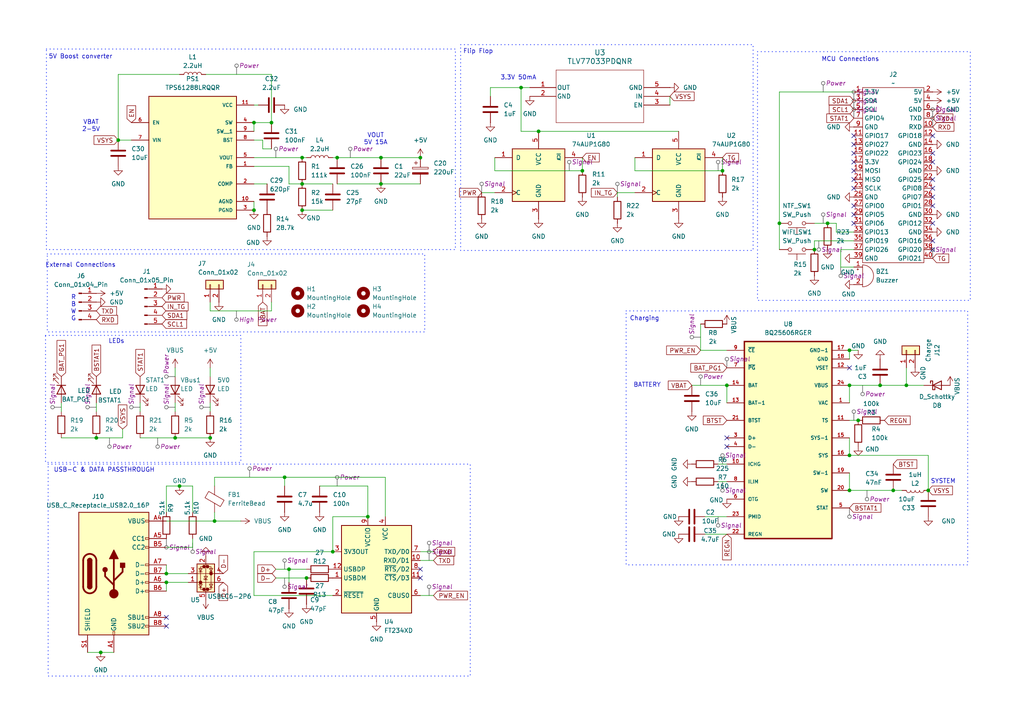
<source format=kicad_sch>
(kicad_sch (version 20250114) (generator "eeschema") (generator_version "9.0")
  (paper "A4")
  (rectangle (start 219.71 14.986) (end 281.432 87.122) (stroke (width 0.254) (type dot) (color 23 47 255 1)))
  (rectangle (start 13.716 73.66) (end 123.19 96.266) (stroke (width 0.254) (type dot) (color 23 47 255 1)))
  (rectangle (start 13.462 14.224) (end 132.08 72.39) (stroke (width 0.254) (type dot) (color 23 47 255 1)))
  (rectangle (start 13.97 134.62) (end 136.398 196.088) (stroke (width 0.254) (type dot) (color 23 47 255 1)))
  (rectangle (start 133.604 12.954) (end 218.44 72.644) (stroke (width 0.254) (type dot) (color 23 47 255 1)))
  (rectangle (start 181.61 90.17) (end 280.67 163.83) (stroke (width 0.254) (type dot) (color 23 47 255 1)))
  (rectangle (start 13.208 97.282) (end 69.85 134.112) (stroke (width 0.254) (type dot) (color 23 47 255 1)))
  (text "USB-C & DATA PASSTHROUGH" (at 30.226 136.398 0) (effects (font (size 1.27 1.27))))
  (text "R\nB\nW\nG" (at 21.336 89.408 0) (effects (font (size 1.27 1.27))))
  (text "External Connections" (at 23.368 76.962 0) (effects (font (size 1.27 1.27))))
  (text "BATTERY" (at 187.706 111.76 0) (effects (font (size 1.27 1.27))))
  (text "MCU Connections" (at 246.634 17.272 0) (effects (font (size 1.27 1.27))))
  (text "Charging" (at 186.944 92.456 0) (effects (font (size 1.27 1.27))))
  (text "3.3V 50mA" (at 150.368 22.606 0) (effects (font (size 1.27 1.27))))
  (text "5V Boost converter" (at 23.368 16.51 0) (effects (font (size 1.27 1.27))))
  (text "SYSTEM" (at 273.558 139.7 0) (effects (font (size 1.27 1.27))))
  (text "Flip Flop" (at 138.684 14.986 0) (effects (font (size 1.27 1.27))))
  (text "VOUT\n5V 15A" (at 108.966 40.386 0) (effects (font (size 1.27 1.27))))
  (text "VBAT\n2-5V" (at 26.416 36.576 0) (effects (font (size 1.27 1.27))))
  (text "LEDs" (at 33.782 99.06 0) (effects (font (size 1.27 1.27))))
  (junction (at 87.63 45.72))
  (junction (at 248.92 121.92))
  (junction (at 82.55 138.43))
  (junction (at 50.8 127))
  (junction (at 48.26 168.91))
  (junction (at 60.96 127))
  (junction (at 87.63 60.96))
  (junction (at 83.82 165.1))
  (junction (at 269.24 142.24))
  (junction (at 255.27 111.76))
  (junction (at 210.82 111.76))
  (junction (at 110.49 45.72))
  (junction (at 246.38 132.08))
  (junction (at 52.07 140.97))
  (junction (at 73.66 60.96))
  (junction (at 262.89 111.76))
  (junction (at 259.08 142.24))
  (junction (at 78.74 35.56))
  (junction (at 110.49 53.34))
  (junction (at 87.63 53.34))
  (junction (at 151.13 25.4))
  (junction (at 48.26 166.37))
  (junction (at 88.9 167.64))
  (junction (at 106.68 149.86))
  (junction (at 246.38 111.76))
  (junction (at 27.94 127))
  (junction (at 29.21 189.23))
  (junction (at 156.21 38.1))
  (junction (at 73.66 35.56))
  (junction (at 34.29 40.64))
  (junction (at 168.91 49.53))
  (junction (at 240.03 64.77))
  (junction (at 209.55 49.53))
  (junction (at 62.23 151.13))
  (junction (at 121.92 45.72))
  (junction (at 246.38 142.24))
  (junction (at 246.38 101.6))
  (junction (at 96.52 160.02))
  (junction (at 226.06 64.77))
  (junction (at 97.79 45.72))
  (junction (at 236.22 72.39))
  (no_connect (at 270.51 59.69))
  (no_connect (at 247.65 44.45))
  (no_connect (at 270.51 57.15))
  (no_connect (at 247.65 46.99))
  (no_connect (at 210.82 129.54))
  (no_connect (at 247.65 62.23))
  (no_connect (at 270.51 72.39))
  (no_connect (at 247.65 39.37))
  (no_connect (at 121.92 167.64))
  (no_connect (at 247.65 52.07))
  (no_connect (at 247.65 54.61))
  (no_connect (at 246.38 106.68))
  (no_connect (at 48.26 179.07))
  (no_connect (at 121.92 165.1))
  (no_connect (at 270.51 69.85))
  (no_connect (at 247.65 41.91))
  (no_connect (at 247.65 64.77))
  (no_connect (at 270.51 52.07))
  (no_connect (at 270.51 64.77))
  (no_connect (at 48.26 181.61))
  (no_connect (at 270.51 39.37))
  (no_connect (at 210.82 127))
  (no_connect (at 247.65 49.53))
  (no_connect (at 270.51 54.61))
  (no_connect (at 270.51 46.99))
  (no_connect (at 247.65 59.69))
  (no_connect (at 270.51 44.45))
  (wire (pts (xy 139.7 55.88) (xy 143.51 55.88)))
  (wire (pts (xy 73.66 58.42) (xy 73.66 60.96)))
  (wire (pts (xy 97.79 45.72) (xy 110.49 45.72)))
  (wire (pts (xy 210.82 101.6) (xy 203.2 101.6)))
  (wire (pts (xy 248.92 101.6) (xy 246.38 101.6)))
  (wire (pts (xy 153.67 25.4) (xy 151.13 25.4)))
  (wire (pts (xy 246.38 137.16) (xy 246.38 142.24)))
  (wire (pts (xy 50.8 106.68) (xy 50.8 109.22)))
  (wire (pts (xy 83.82 165.1) (xy 83.82 168.91)))
  (wire (pts (xy 82.55 138.43) (xy 111.76 138.43)))
  (wire (pts (xy 82.55 138.43) (xy 82.55 140.97)))
  (wire (pts (xy 184.15 49.53) (xy 209.55 49.53)))
  (wire (pts (xy 142.24 25.4) (xy 151.13 25.4)))
  (wire (pts (xy 110.49 45.72) (xy 121.92 45.72)))
  (wire (pts (xy 208.28 139.7) (xy 210.82 139.7)))
  (wire (pts (xy 60.96 87.63) (xy 60.96 90.17)))
  (wire (pts (xy 52.07 140.97) (xy 55.88 140.97)))
  (wire (pts (xy 96.52 149.86) (xy 106.68 149.86)))
  (wire (pts (xy 255.27 111.76) (xy 262.89 111.76)))
  (wire (pts (xy 60.96 106.68) (xy 60.96 109.22)))
  (wire (pts (xy 204.47 149.86) (xy 210.82 149.86)))
  (wire (pts (xy 247.65 69.85) (xy 236.22 69.85)))
  (wire (pts (xy 156.21 38.1) (xy 196.85 38.1)))
  (wire (pts (xy 246.38 116.84) (xy 246.38 111.76)))
  (wire (pts (xy 96.52 45.72) (xy 97.79 45.72)))
  (wire (pts (xy 247.65 72.39) (xy 243.84 72.39)))
  (wire (pts (xy 78.74 90.17) (xy 78.74 87.63)))
  (wire (pts (xy 50.8 127) (xy 60.96 127)))
  (wire (pts (xy 210.82 116.84) (xy 210.82 111.76)))
  (wire (pts (xy 110.49 53.34) (xy 121.92 53.34)))
  (wire (pts (xy 73.66 30.48) (xy 74.93 30.48)))
  (wire (pts (xy 242.57 64.77) (xy 240.03 64.77)))
  (wire (pts (xy 78.74 21.59) (xy 78.74 35.56)))
  (wire (pts (xy 184.15 45.72) (xy 184.15 49.53)))
  (wire (pts (xy 55.88 158.75) (xy 55.88 156.21)))
  (wire (pts (xy 246.38 132.08) (xy 246.38 127)))
  (wire (pts (xy 236.22 69.85) (xy 236.22 72.39)))
  (wire (pts (xy 262.89 111.76) (xy 267.97 111.76)))
  (wire (pts (xy 73.66 172.72) (xy 73.66 160.02)))
  (wire (pts (xy 76.2 40.64) (xy 76.2 43.18)))
  (wire (pts (xy 62.23 151.13) (xy 69.85 151.13)))
  (wire (pts (xy 142.24 27.94) (xy 142.24 25.4)))
  (wire (pts (xy 50.8 116.84) (xy 50.8 119.38)))
  (wire (pts (xy 203.2 101.6) (xy 203.2 93.98)))
  (wire (pts (xy 96.52 160.02) (xy 96.52 149.86)))
  (wire (pts (xy 73.66 35.56) (xy 73.66 38.1)))
  (wire (pts (xy 243.84 77.47) (xy 247.65 77.47)))
  (wire (pts (xy 96.52 172.72) (xy 73.66 172.72)))
  (wire (pts (xy 121.92 160.02) (xy 125.73 160.02)))
  (wire (pts (xy 247.65 26.67) (xy 226.06 26.67)))
  (wire (pts (xy 25.4 189.23) (xy 29.21 189.23)))
  (wire (pts (xy 259.08 142.24) (xy 261.62 142.24)))
  (wire (pts (xy 62.23 140.97) (xy 62.23 138.43)))
  (wire (pts (xy 40.64 127) (xy 50.8 127)))
  (wire (pts (xy 48.26 166.37) (xy 54.61 166.37)))
  (wire (pts (xy 34.29 40.64) (xy 38.1 40.64)))
  (wire (pts (xy 151.13 25.4) (xy 151.13 38.1)))
  (wire (pts (xy 48.26 148.59) (xy 48.26 140.97)))
  (wire (pts (xy 48.26 163.83) (xy 48.26 166.37)))
  (wire (pts (xy 226.06 26.67) (xy 226.06 64.77)))
  (wire (pts (xy 59.69 21.59) (xy 78.74 21.59)))
  (wire (pts (xy 97.79 53.34) (xy 110.49 53.34)))
  (wire (pts (xy 52.07 21.59) (xy 34.29 21.59)))
  (wire (pts (xy 168.91 49.53) (xy 168.91 45.72)))
  (wire (pts (xy 76.2 43.18) (xy 78.74 43.18)))
  (wire (pts (xy 17.78 127) (xy 27.94 127)))
  (wire (pts (xy 83.82 53.34) (xy 83.82 48.26)))
  (wire (pts (xy 87.63 53.34) (xy 96.52 53.34)))
  (wire (pts (xy 143.51 49.53) (xy 168.91 49.53)))
  (wire (pts (xy 246.38 101.6) (xy 246.38 104.14)))
  (wire (pts (xy 83.82 165.1) (xy 88.9 165.1)))
  (wire (pts (xy 226.06 64.77) (xy 226.06 72.39)))
  (wire (pts (xy 55.88 140.97) (xy 55.88 148.59)))
  (wire (pts (xy 106.68 140.97) (xy 106.68 149.86)))
  (wire (pts (xy 111.76 138.43) (xy 111.76 149.86)))
  (wire (pts (xy 60.96 116.84) (xy 60.96 119.38)))
  (wire (pts (xy 236.22 64.77) (xy 240.03 64.77)))
  (wire (pts (xy 179.07 55.88) (xy 184.15 55.88)))
  (wire (pts (xy 27.94 127) (xy 35.56 127)))
  (wire (pts (xy 60.96 90.17) (xy 78.74 90.17)))
  (wire (pts (xy 194.31 27.94) (xy 194.31 30.48)))
  (wire (pts (xy 248.92 121.92) (xy 246.38 121.92)))
  (wire (pts (xy 87.63 53.34) (xy 83.82 53.34)))
  (wire (pts (xy 40.64 116.84) (xy 40.64 119.38)))
  (wire (pts (xy 29.21 189.23) (xy 33.02 189.23)))
  (wire (pts (xy 204.47 154.94) (xy 210.82 154.94)))
  (wire (pts (xy 62.23 138.43) (xy 82.55 138.43)))
  (wire (pts (xy 73.66 45.72) (xy 87.63 45.72)))
  (wire (pts (xy 151.13 38.1) (xy 156.21 38.1)))
  (wire (pts (xy 73.66 53.34) (xy 77.47 53.34)))
  (wire (pts (xy 27.94 116.84) (xy 27.94 119.38)))
  (wire (pts (xy 143.51 45.72) (xy 143.51 49.53)))
  (wire (pts (xy 73.66 35.56) (xy 78.74 35.56)))
  (wire (pts (xy 243.84 72.39) (xy 243.84 77.47)))
  (wire (pts (xy 92.71 140.97) (xy 106.68 140.97)))
  (wire (pts (xy 246.38 111.76) (xy 255.27 111.76)))
  (wire (pts (xy 35.56 124.46) (xy 35.56 127)))
  (wire (pts (xy 48.26 140.97) (xy 52.07 140.97)))
  (wire (pts (xy 269.24 132.08) (xy 269.24 142.24)))
  (wire (pts (xy 48.26 151.13) (xy 62.23 151.13)))
  (wire (pts (xy 73.66 40.64) (xy 76.2 40.64)))
  (wire (pts (xy 48.26 168.91) (xy 54.61 168.91)))
  (wire (pts (xy 269.24 132.08) (xy 246.38 132.08)))
  (wire (pts (xy 209.55 49.53) (xy 209.55 45.72)))
  (wire (pts (xy 48.26 158.75) (xy 55.88 158.75)))
  (wire (pts (xy 80.01 165.1) (xy 83.82 165.1)))
  (wire (pts (xy 246.38 142.24) (xy 259.08 142.24)))
  (wire (pts (xy 34.29 21.59) (xy 34.29 40.64)))
  (wire (pts (xy 179.07 57.15) (xy 179.07 55.88)))
  (wire (pts (xy 87.63 45.72) (xy 88.9 45.72)))
  (wire (pts (xy 121.92 162.56) (xy 125.73 162.56)))
  (wire (pts (xy 242.57 64.77) (xy 242.57 67.31)))
  (wire (pts (xy 262.89 106.68) (xy 262.89 111.76)))
  (wire (pts (xy 242.57 67.31) (xy 247.65 67.31)))
  (wire (pts (xy 48.26 168.91) (xy 48.26 171.45)))
  (wire (pts (xy 17.78 116.84) (xy 17.78 119.38)))
  (wire (pts (xy 80.01 167.64) (xy 88.9 167.64)))
  (wire (pts (xy 62.23 151.13) (xy 62.23 148.59)))
  (wire (pts (xy 200.66 111.76) (xy 210.82 111.76)))
  (wire (pts (xy 121.92 172.72) (xy 125.73 172.72)))
  (wire (pts (xy 87.63 60.96) (xy 96.52 60.96)))
  (wire (pts (xy 83.82 48.26) (xy 73.66 48.26)))
  (wire (pts (xy 208.28 134.62) (xy 210.82 134.62)))
  (wire (pts (xy 73.66 160.02) (xy 96.52 160.02)))
  (global_label "REGN" (shape input) (at 210.82 154.94 270) (property "Intersheetrefs" "${INTERSHEET_REFS}" (effects (hide yes))))
  (global_label "VBAT" (shape input) (at 76.2 87.63 270) (property "Intersheetrefs" "${INTERSHEET_REFS}" (effects (hide yes))))
  (global_label "TG" (shape input) (at 270.51 74.93 0) (property "Intersheetrefs" "${INTERSHEET_REFS}" (effects (hide yes))))
  (global_label "IN_TG" (shape input) (at 46.99 88.9 0) (property "Intersheetrefs" "${INTERSHEET_REFS}" (effects (hide yes))))
  (global_label "IN_TG" (shape input) (at 179.07 55.88 180) (property "Intersheetrefs" "${INTERSHEET_REFS}" (effects (hide yes))))
  (global_label "TXD" (shape input) (at 125.73 162.56 0) (property "Intersheetrefs" "${INTERSHEET_REFS}" (effects (hide yes))))
  (global_label "D-" (shape input) (at 64.77 166.37 90) (property "Intersheetrefs" "${INTERSHEET_REFS}" (effects (hide yes))))
  (global_label "TXD" (shape input) (at 270.51 34.29 0) (property "Intersheetrefs" "${INTERSHEET_REFS}" (effects (hide yes))))
  (global_label "RXD" (shape input) (at 27.94 92.71 0) (property "Intersheetrefs" "${INTERSHEET_REFS}" (effects (hide yes))))
  (global_label "PWR_EN" (shape input) (at 203.2 101.6 180) (property "Intersheetrefs" "${INTERSHEET_REFS}" (effects (hide yes))))
  (global_label "VBAT" (shape input) (at 200.66 111.76 180) (property "Intersheetrefs" "${INTERSHEET_REFS}" (effects (hide yes))))
  (global_label "EN" (shape input) (at 38.1 35.56 90) (property "Intersheetrefs" "${INTERSHEET_REFS}" (effects (hide yes))))
  (global_label "SDA1" (shape input) (at 247.65 29.21 180) (property "Intersheetrefs" "${INTERSHEET_REFS}" (effects (hide yes))))
  (global_label "BTST" (shape input) (at 210.82 121.92 180) (property "Intersheetrefs" "${INTERSHEET_REFS}" (effects (hide yes))))
  (global_label "STAT1" (shape input) (at 40.64 109.22 90) (property "Intersheetrefs" "${INTERSHEET_REFS}" (effects (hide yes))))
  (global_label "BSTAT1" (shape input) (at 27.94 109.22 90) (property "Intersheetrefs" "${INTERSHEET_REFS}" (effects (hide yes))))
  (global_label "SCL1" (shape input) (at 247.65 31.75 180) (property "Intersheetrefs" "${INTERSHEET_REFS}" (effects (hide yes))))
  (global_label "RXD" (shape input) (at 125.73 160.02 0) (property "Intersheetrefs" "${INTERSHEET_REFS}" (effects (hide yes))))
  (global_label "EN" (shape input) (at 168.91 45.72 0) (property "Intersheetrefs" "${INTERSHEET_REFS}" (effects (hide yes))))
  (global_label "BSTAT1" (shape input) (at 246.38 147.32 0) (property "Intersheetrefs" "${INTERSHEET_REFS}" (effects (hide yes))))
  (global_label "SCL1" (shape input) (at 46.99 93.98 0) (property "Intersheetrefs" "${INTERSHEET_REFS}" (effects (hide yes))))
  (global_label "VSYS" (shape input) (at 269.24 142.24 0) (property "Intersheetrefs" "${INTERSHEET_REFS}" (effects (hide yes))))
  (global_label "SDA1" (shape input) (at 46.99 91.44 0) (property "Intersheetrefs" "${INTERSHEET_REFS}" (effects (hide yes))))
  (global_label "D-" (shape input) (at 80.01 167.64 180) (property "Intersheetrefs" "${INTERSHEET_REFS}" (effects (hide yes))))
  (global_label "RXD" (shape input) (at 270.51 36.83 0) (property "Intersheetrefs" "${INTERSHEET_REFS}" (effects (hide yes))))
  (global_label "TXD" (shape input) (at 27.94 90.17 0) (property "Intersheetrefs" "${INTERSHEET_REFS}" (effects (hide yes))))
  (global_label "VSYS" (shape input) (at 35.56 124.46 90) (property "Intersheetrefs" "${INTERSHEET_REFS}" (effects (hide yes))))
  (global_label "D+" (shape input) (at 80.01 165.1 180) (property "Intersheetrefs" "${INTERSHEET_REFS}" (effects (hide yes))))
  (global_label "VSYS" (shape input) (at 34.29 40.64 180) (property "Intersheetrefs" "${INTERSHEET_REFS}" (effects (hide yes))))
  (global_label "D+" (shape input) (at 64.77 168.91 270) (property "Intersheetrefs" "${INTERSHEET_REFS}" (effects (hide yes))))
  (global_label "PWR" (shape input) (at 139.7 55.88 180) (property "Intersheetrefs" "${INTERSHEET_REFS}" (effects (hide yes))))
  (global_label "BAT_PG1" (shape input) (at 17.78 109.22 90) (property "Intersheetrefs" "${INTERSHEET_REFS}" (effects (hide yes))))
  (global_label "TG" (shape input) (at 209.55 45.72 0) (property "Intersheetrefs" "${INTERSHEET_REFS}" (effects (hide yes))))
  (global_label "PWR_EN" (shape input) (at 125.73 172.72 0) (property "Intersheetrefs" "${INTERSHEET_REFS}" (effects (hide yes))))
  (global_label "BTST" (shape input) (at 259.08 134.62 0) (property "Intersheetrefs" "${INTERSHEET_REFS}" (effects (hide yes))))
  (global_label "BAT_PG1" (shape input) (at 210.82 106.68 180) (property "Intersheetrefs" "${INTERSHEET_REFS}" (effects (hide yes))))
  (global_label "VSYS" (shape input) (at 194.31 27.94 0) (property "Intersheetrefs" "${INTERSHEET_REFS}" (effects (hide yes))))
  (global_label "STAT1" (shape input) (at 247.65 34.29 180) (property "Intersheetrefs" "${INTERSHEET_REFS}" (effects (hide yes))))
  (global_label "PWR" (shape input) (at 46.99 86.36 0) (property "Intersheetrefs" "${INTERSHEET_REFS}" (effects (hide yes))))
  (global_label "REGN" (shape input) (at 256.54 121.92 0) (property "Intersheetrefs" "${INTERSHEET_REFS}" (effects (hide yes))))
  (netclass_flag "" (length 2.54) (shape round) (at 210.82 106.68 0) (property "Netclass" "Signal" (at 211.5185 104.14 0) (effects (font (italic yes)) (justify left))))
  (netclass_flag "" (length 2.54) (shape round) (at 31.75 127 180) (property "Netclass" "Power" (at 32.4485 129.54 0) (effects (font (italic yes)) (justify left))))
  (netclass_flag "" (length 2.54) (shape round) (at 60.96 118.11 90) (property "Netclass" "Signal" (at 58.42 117.4115 90) (effects (font (italic yes)) (justify left))))
  (netclass_flag "" (length 2.54) (shape round) (at 270.51 34.29 0) (property "Netclass" "Signal" (at 271.2085 31.75 0) (effects (font (italic yes)) (justify left))))
  (netclass_flag "" (length 2.54) (shape round) (at 270.51 74.93 0) (property "Netclass" "Signal" (at 271.2085 72.39 0) (effects (font (italic yes)) (justify left))))
  (netclass_flag "" (length 2.54) (shape round) (at 203.2 111.76 0) (property "Netclass" "Power" (at 203.8985 109.22 0) (effects (font (italic yes)) (justify left))))
  (netclass_flag "" (length 2.54) (shape round) (at 124.46 160.02 0) (property "Netclass" "Signal" (at 125.1585 157.48 0) (effects (font (italic yes)) (justify left))))
  (netclass_flag "" (length 2.54) (shape round) (at 45.72 127 180) (property "Netclass" "Power" (at 46.4185 129.54 0) (effects (font (italic yes)) (justify left))))
  (netclass_flag "" (length 2.54) (shape round) (at 250.19 111.76 180) (property "Netclass" "Power" (at 250.8885 114.3 0) (effects (font (italic yes)) (justify left))))
  (netclass_flag "" (length 2.54) (shape round) (at 55.88 157.48 180) (property "Netclass" "Signal" (at 56.5785 160.02 0) (effects (font (italic yes)) (justify left))))
  (netclass_flag "" (length 2.54) (shape round) (at 82.5354 167.64 180) (property "Netclass" "Signal" (at 83.2339 170.18 0) (effects (font (italic yes)) (justify left))))
  (netclass_flag "" (length 2.54) (shape round) (at 208.28 149.86 180) (property "Netclass" "Signal" (at 208.9785 152.4 0) (effects (font (italic yes)) (justify left))))
  (netclass_flag "" (length 2.54) (shape round) (at 68.6165 21.59 0) (property "Netclass" "Power" (at 69.315 19.05 0) (effects (font (italic yes)) (justify left))))
  (netclass_flag "" (length 2.54) (shape round) (at 72.39 138.43 0) (property "Netclass" "Power" (at 73.0885 135.89 0) (effects (font (italic yes)) (justify left))))
  (netclass_flag "" (length 2.54) (shape round) (at 203.2 97.79 90) (property "Netclass" "Signal" (at 200.66 97.0915 90) (effects (font (italic yes)) (justify left))))
  (netclass_flag "" (length 2.54) (shape round) (at 238.76 64.77 0) (property "Netclass" "Signal" (at 239.4585 62.23 0) (effects (font (italic yes)) (justify left))))
  (netclass_flag "" (length 2.54) (shape round) (at 17.78 118.11 90) (property "Netclass" "Signal" (at 15.24 117.4115 90) (effects (font (italic yes)) (justify left))))
  (netclass_flag "" (length 2.54) (shape round) (at 238.76 26.67 0) (property "Netclass" "Power" (at 239.4585 24.13 0) (effects (font (italic yes)) (justify left))))
  (netclass_flag "" (length 2.54) (shape round) (at 124.46 172.72 0) (property "Netclass" "Signal" (at 125.1585 170.18 0) (effects (font (italic yes)) (justify left))))
  (netclass_flag "" (length 2.54) (shape round) (at 27.94 118.11 90) (property "Netclass" "Signal" (at 25.4 117.4115 90) (effects (font (italic yes)) (justify left))))
  (netclass_flag "" (length 2.54) (shape round) (at 247.65 29.21 0) (property "Netclass" "Signal" (at 248.3485 26.67 0) (effects (font (italic yes)) (justify left))))
  (netclass_flag "" (length 2.54) (shape round) (at 40.64 118.11 90) (property "Netclass" "Signal" (at 38.1 117.4115 90) (effects (font (italic yes)) (justify left))))
  (netclass_flag "" (length 2.54) (shape round) (at 237.49 69.85 180) (property "Netclass" "Signal" (at 238.1885 72.39 0) (effects (font (italic yes)) (justify left))))
  (netclass_flag "" (length 2.54) (shape round) (at 243.84 77.47 180) (property "Netclass" "Signal" (at 244.5385 80.01 0) (effects (font (italic yes)) (justify left))))
  (netclass_flag "" (length 2.54) (shape round) (at 209.55 139.7 180) (property "Netclass" "Signal" (at 210.2485 142.24 0) (effects (font (italic yes)) (justify left))))
  (netclass_flag "" (length 2.54) (shape round) (at 80.01 45.72 0) (property "Netclass" "Power" (at 80.7085 43.18 0) (effects (font (italic yes)) (justify left))))
  (netclass_flag "" (length 2.54) (shape round) (at 50.8 109.22 90) (property "Netclass" "Power" (at 48.26 108.5215 90) (effects (font (italic yes)) (justify left))))
  (netclass_flag "" (length 2.54) (shape round) (at 82.55 165.1 0) (property "Netclass" "Signal" (at 83.2485 162.56 0) (effects (font (italic yes)) (justify left))))
  (netclass_flag "" (length 2.54) (shape round) (at 251.46 142.24 180) (property "Netclass" "Power" (at 252.1585 144.78 0) (effects (font (italic yes)) (justify left))))
  (netclass_flag "" (length 2.54) (shape round) (at 246.38 147.32 180) (property "Netclass" "Signal" (at 247.0785 149.86 0) (effects (font (italic yes)) (justify left))))
  (netclass_flag "" (length 2.54) (shape round) (at 165.1 49.53 0) (property "Netclass" "Signal" (at 165.7985 46.99 0) (effects (font (italic yes)) (justify left))))
  (netclass_flag "" (length 2.54) (shape round) (at 48.26 156.21 180) (property "Netclass" "Signal" (at 48.9585 158.75 0) (effects (font (italic yes)) (justify left))))
  (netclass_flag "" (length 2.54) (shape round) (at 209.55 134.62 0) (property "Netclass" "Signal" (at 210.2485 132.08 0) (effects (font (italic yes)) (justify left))))
  (netclass_flag "" (length 2.54) (shape round) (at 101.6 45.72 0) (property "Netclass" "Power" (at 102.2985 43.18 0) (effects (font (italic yes)) (justify left))))
  (netclass_flag "" (length 2.54) (shape round) (at 139.7 55.88 0) (property "Netclass" "Signal" (at 140.3985 53.34 0) (effects (font (italic yes)) (justify left))))
  (netclass_flag "" (length 2.54) (shape round) (at 50.8 118.11 90) (property "Netclass" "Signal" (at 48.26 117.4115 90) (effects (font (italic yes)) (justify left))))
  (netclass_flag "" (length 2.54) (shape round) (at 247.65 121.92 0) (property "Netclass" "Signal" (at 248.3485 119.38 0) (effects (font (italic yes)) (justify left))))
  (netclass_flag "" (length 2.54) (shape round) (at 270.51 36.83 0) (property "Netclass" "Signal" (at 271.2085 34.29 0) (effects (font (italic yes)) (justify left))))
  (netclass_flag "" (length 2.54) (shape round) (at 247.65 34.29 0) (property "Netclass" "Signal" (at 248.3485 31.75 0) (effects (font (italic yes)) (justify left))))
  (netclass_flag "" (length 2.54) (shape round) (at 124.46 162.56 0) (property "Netclass" "Signal" (at 125.1585 160.02 0) (effects (font (italic yes)) (justify left))))
  (netclass_flag "" (length 2.54) (shape round) (at 208.28 49.53 0) (property "Netclass" "Signal" (at 208.9785 46.99 0) (effects (font (italic yes)) (justify left))))
  (netclass_flag "" (length 2.54) (shape round) (at 247.65 31.75 0) (property "Netclass" "Signal" (at 248.3485 29.21 0) (effects (font (italic yes)) (justify left))))
  (netclass_flag "" (length 2.54) (shape round) (at 97.79 140.97 0) (property "Netclass" "Power" (at 98.4885 138.43 0) (effects (font (italic yes)) (justify left))))
  (netclass_flag "" (length 2.54) (shape round) (at 68.58 90.17 180) (property "Netclass" "High Power" (at 69.2785 92.71 0) (effects (font (italic yes)) (justify left))))
  (netclass_flag "" (length 2.54) (shape round) (at 179.07 55.88 0) (property "Netclass" "Signal" (at 179.7685 53.34 0) (effects (font (italic yes)) (justify left))))
  (symbol (lib_id "power:VBUS") (at 69.85 151.13 270) (unit 1)
    (property "Reference" "#PWR037" (effects (hide yes)))
    (property "Value" "VBUS" (at 73.66 151.1299 90) (effects (justify left)))
    (property "Description" "Power symbol creates a global label with name \"VBUS\"" (effects (hide yes)))
  )
  (symbol (lib_id "power:GND") (at 83.82 176.53 0) (unit 1)
    (property "Reference" "#PWR039" (effects (hide yes)))
    (property "Value" "GND" (at 83.82 181.61 0))
    (property "Description" "Power symbol creates a global label with name \"GND\" , ground" (effects (hide yes)))
  )
  (symbol (lib_id "Device:R") (at 240.03 68.58 0) (unit 1)
    (property "Reference" "R23" (at 242.57 67.3099 0) (effects (justify left)))
    (property "Value" "2k" (at 242.57 69.8499 0) (effects (justify left)))
    (property "Footprint" "Resistor_SMD:R_0603_1608Metric" (effects (hide yes)))
    (property "Description" "Resistor" (effects (hide yes)))
  )
  (symbol (lib_id "power:GND") (at 247.65 82.55 270) (unit 1)
    (property "Reference" "#PWR041" (effects (hide yes)))
    (property "Value" "GND" (at 248.158 85.344 90) (effects (justify right)))
    (property "Description" "Power symbol creates a global label with name \"GND\" , ground" (effects (hide yes)))
  )
  (symbol (lib_id "power:GND") (at 200.66 139.7 270) (unit 1)
    (property "Reference" "#PWR065" (effects (hide yes)))
    (property "Value" "GND" (at 195.58 139.7 0))
    (property "Description" "Power symbol creates a global label with name \"GND\" , ground" (effects (hide yes)))
  )
  (symbol (lib_id "Device:D_Schottky") (at 271.78 111.76 0) (unit 1)
    (property "Reference" "D8" (at 271.78 117.602 0))
    (property "Value" "D_Schottky" (at 271.78 115.062 0))
    (property "Footprint" "Avionics:Schottky_3A_DO-214AC_SMA" (effects (hide yes)))
    (property "Description" "Schottky diode" (effects (hide yes)))
  )
  (symbol (lib_id "power:GND") (at 179.07 64.77 0) (unit 1)
    (property "Reference" "#PWR034" (effects (hide yes)))
    (property "Value" "GND" (at 179.07 69.85 0))
    (property "Description" "Power symbol creates a global label with name \"GND\" , ground" (effects (hide yes)))
  )
  (symbol (lib_id "power:GND") (at 196.85 154.94 0) (unit 1)
    (property "Reference" "#PWR090" (effects (hide yes)))
    (property "Value" "GND" (at 194.056 154.94 0))
    (property "Description" "Power symbol creates a global label with name \"GND\" , ground" (effects (hide yes)))
  )
  (symbol (lib_id "Device:R") (at 77.47 64.77 0) (unit 1)
    (property "Reference" "R14" (at 80.01 63.4999 0) (effects (justify left)))
    (property "Value" "28.7k" (at 80.01 66.0399 0) (effects (justify left)))
    (property "Footprint" "Resistor_SMD:R_0603_1608Metric" (effects (hide yes)))
    (property "Description" "Resistor" (effects (hide yes)))
  )
  (symbol (lib_id "Device:L") (at 92.71 45.72 90) (unit 1)
    (property "Reference" "L4" (at 92.71 40.64 90))
    (property "Value" "2.2uH" (at 92.71 43.18 90))
    (property "Footprint" "Avionics:IND_AMRM00101040_PUL" (effects (hide yes)))
    (property "Description" "Inductor" (effects (hide yes)))
  )
  (symbol (lib_id "Device:C") (at 78.74 30.48 90) (unit 1)
    (property "Reference" "C32" (at 78.74 22.86 90))
    (property "Value" "2.2uF" (at 78.74 25.4 90))
    (property "Footprint" "Capacitor_SMD:C_0805_2012Metric" (effects (hide yes)))
    (property "Description" "Unpolarized capacitor" (effects (hide yes)))
  )
  (symbol (lib_id "power:GND") (at 270.51 41.91 90) (unit 1)
    (property "Reference" "#PWR016" (effects (hide yes)))
    (property "Value" "GND" (at 274.32 41.9099 90) (effects (justify right)))
    (property "Description" "Power symbol creates a global label with name \"GND\" , ground" (effects (hide yes)))
  )
  (symbol (lib_id "power:GND") (at 210.82 144.78 0) (unit 1)
    (property "Reference" "#PWR066" (effects (hide yes)))
    (property "Value" "GND" (at 205.74 145.034 0) (effects (justify left)))
    (property "Description" "Power symbol creates a global label with name \"GND\" , ground" (effects (hide yes)))
  )
  (symbol (lib_id "Device:R") (at 50.8 123.19 0) (unit 1)
    (property "Reference" "R5" (at 53.34 121.9199 0) (effects (justify left)))
    (property "Value" "2k" (at 53.34 124.4599 0) (effects (justify left)))
    (property "Footprint" "Resistor_SMD:R_0603_1608Metric" (effects (hide yes)))
    (property "Description" "Resistor" (effects (hide yes)))
  )
  (symbol (lib_id "Connector:Conn_01x05_Pin") (at 41.91 88.9 0) (unit 1)
    (property "Reference" "J1" (at 42.545 78.74 0))
    (property "Value" "Conn_01x05_Pin" (at 42.545 81.28 0))
    (property "Footprint" "Connector_JST:JST_XH_S5B-XH-A_1x05_P2.50mm_Horizontal" (effects (hide yes)))
    (property "Description" "Generic connector, single row, 01x05, script generated" (effects (hide yes)))
  )
  (symbol (lib_id "power:+5V") (at 270.51 26.67 270) (unit 1)
    (property "Reference" "#PWR013" (effects (hide yes)))
    (property "Value" "+5V" (at 274.32 26.6699 90) (effects (justify left)))
    (property "Description" "Power symbol creates a global label with name \"+5V\"" (effects (hide yes)))
  )
  (symbol (lib_id "power:+5V") (at 270.51 29.21 270) (unit 1)
    (property "Reference" "#PWR014" (effects (hide yes)))
    (property "Value" "+5V" (at 274.32 29.2099 90) (effects (justify left)))
    (property "Description" "Power symbol creates a global label with name \"+5V\"" (effects (hide yes)))
  )
  (symbol (lib_id "Interface_USB:FT234XD") (at 109.22 165.1 0) (unit 1)
    (property "Reference" "U4" (at 111.4141 180.34 0) (effects (justify left)))
    (property "Value" "FT234XD" (at 111.4141 182.88 0) (effects (justify left)))
    (property "Footprint" "Avionics:FT234XD" (effects (hide yes)))
    (property "Datasheet" "https://ftdichip.com/wp-content/uploads/2024/05/DS_FT234XD.pdf" (effects (hide yes)))
    (property "Description" "Full Speed USB to Basic UART, WDFN-12" (effects (hide yes)))
  )
  (symbol (lib_id "power:GND") (at 73.66 60.96 0) (unit 1)
    (property "Reference" "#PWR059" (effects (hide yes)))
    (property "Value" "GND" (at 73.66 66.04 0))
    (property "Description" "Power symbol creates a global label with name \"GND\" , ground" (effects (hide yes)))
  )
  (symbol (lib_id "Device:C_Polarized") (at 121.92 49.53 0) (unit 1)
    (property "Reference" "C20" (at 125.73 47.3709 0) (effects (justify left)))
    (property "Value" "220uF" (at 125.73 49.9109 0) (effects (justify left)))
    (property "Footprint" "Capacitor_THT:CP_Radial_D5.0mm_P2.00mm" (effects (hide yes)))
    (property "Description" "Polarized capacitor" (effects (hide yes)))
  )
  (symbol (lib_id "power:GND") (at 270.51 31.75 90) (unit 1)
    (property "Reference" "#PWR06" (effects (hide yes)))
    (property "Value" "GND" (at 274.32 31.7499 90) (effects (justify right)))
    (property "Description" "Power symbol creates a global label with name \"GND\" , ground" (effects (hide yes)))
  )
  (symbol (lib_id "Device:R") (at 207.01 93.98 270) (unit 1)
    (property "Reference" "R8" (at 206.756 96.52 90))
    (property "Value" "2k" (at 206.756 99.06 90))
    (property "Footprint" "Resistor_SMD:R_0603_1608Metric" (effects (hide yes)))
    (property "Description" "Resistor" (effects (hide yes)))
  )
  (symbol (lib_id "power:GND") (at 139.7 63.5 0) (unit 1)
    (property "Reference" "#PWR032" (effects (hide yes)))
    (property "Value" "GND" (at 139.7 68.58 0))
    (property "Description" "Power symbol creates a global label with name \"GND\" , ground" (effects (hide yes)))
  )
  (symbol (lib_id "74xGxx:74AUP1G80") (at 196.85 50.8 0) (unit 1)
    (property "Reference" "U2" (at 212.09 39.2998 0))
    (property "Value" "74AUP1G80" (at 212.09 41.8398 0))
    (property "Footprint" "Avionics:SN74AUP1G80DRYR" (effects (hide yes)))
    (property "Datasheet" "http://www.ti.com/lit/sg/scyt129e/scyt129e.pdf" (effects (hide yes)))
    (property "Description" "Single D Flip-Flop, Inverted Output, Low-Voltage CMOS" (effects (hide yes)))
  )
  (symbol (lib_id "74xGxx:74AUP1G80") (at 156.21 50.8 0) (unit 1)
    (property "Reference" "U1" (at 171.45 39.2998 0))
    (property "Value" "74AUP1G80" (at 171.45 41.8398 0))
    (property "Footprint" "Avionics:SN74AUP1G80DRYR" (effects (hide yes)))
    (property "Datasheet" "http://www.ti.com/lit/sg/scyt129e/scyt129e.pdf" (effects (hide yes)))
    (property "Description" "Single D Flip-Flop, Inverted Output, Low-Voltage CMOS" (effects (hide yes)))
  )
  (symbol (lib_id "Device:R") (at 87.63 57.15 0) (unit 1)
    (property "Reference" "R2" (at 90.17 55.8799 0) (effects (justify left)))
    (property "Value" "15k" (at 90.17 58.4199 0) (effects (justify left)))
    (property "Footprint" "Resistor_SMD:R_0603_1608Metric" (effects (hide yes)))
    (property "Description" "Resistor" (effects (hide yes)))
  )
  (symbol (lib_id "SRAD-Avionics:BQ25606RGER") (at 228.6 154.94 0) (unit 1)
    (property "Reference" "U8" (at 228.6 93.98 0))
    (property "Value" "BQ25606RGER" (at 228.6 96.52 0))
    (property "Footprint" "Avionics:BQ25606RGER" (effects (hide yes)))
  )
  (symbol (lib_id "power:GND") (at 156.21 63.5 0) (unit 1)
    (property "Reference" "#PWR023" (effects (hide yes)))
    (property "Value" "GND" (at 156.21 68.58 0))
    (property "Description" "Power symbol creates a global label with name \"GND\" , ground" (effects (hide yes)))
  )
  (symbol (lib_id "Mechanical:MountingHole") (at 105.41 90.17 0) (unit 1) (exclude_from_sim yes) (in_bom no)
    (property "Reference" "H4" (at 107.95 88.8999 0) (effects (justify left)))
    (property "Value" "MountingHole" (at 107.95 91.4399 0) (effects (justify left)))
    (property "Footprint" "MountingHole:MountingHole_3.2mm_M3" (effects (hide yes)))
    (property "Description" "Mounting Hole without connection" (effects (hide yes)))
  )
  (symbol (lib_id "Device:R") (at 204.47 139.7 90) (unit 1)
    (property "Reference" "R7" (at 209.55 138.43 90))
    (property "Value" "160" (at 209.55 140.97 90))
    (property "Footprint" "Resistor_SMD:R_0603_1608Metric" (effects (hide yes)))
    (property "Description" "Resistor" (effects (hide yes)))
  )
  (symbol (lib_id "power:GND") (at 248.92 129.54 0) (unit 1)
    (property "Reference" "#PWR0102" (effects (hide yes)))
    (property "Value" "GND" (at 250.952 130.302 0) (effects (justify left)))
    (property "Description" "Power symbol creates a global label with name \"GND\" , ground" (effects (hide yes)))
  )
  (symbol (lib_id "Avionics:TLV77033PDQNR") (at 153.67 25.4 0) (unit 1)
    (property "Reference" "U3" (at 173.99 15.24 0) (effects (font (size 1.524 1.524))))
    (property "Value" "TLV77033PDQNR" (at 173.99 17.78 0) (effects (font (size 1.524 1.524))))
    (property "Footprint" "Avionics:TLV77033PDQNR" (effects (hide yes)))
    (property "Datasheet" "https://www.ti.com/lit/gpn/tlv770" (effects (hide yes)))
  )
  (symbol (lib_id "power:GND") (at 200.66 134.62 270) (unit 1)
    (property "Reference" "#PWR015" (effects (hide yes)))
    (property "Value" "GND" (at 195.58 134.62 0))
    (property "Description" "Power symbol creates a global label with name \"GND\" , ground" (effects (hide yes)))
  )
  (symbol (lib_id "Device:R") (at 248.92 125.73 0) (unit 1)
    (property "Reference" "R4" (at 252.73 124.4599 0) (effects (justify left)))
    (property "Value" "100k" (at 252.73 126.9999 0) (effects (justify left)))
    (property "Footprint" "Resistor_SMD:R_0603_1608Metric" (effects (hide yes)))
    (property "Description" "Resistor" (effects (hide yes)))
  )
  (symbol (lib_id "Device:LED") (at 27.94 113.03 270) (unit 1)
    (property "Reference" "BSTAT1" (at 35.306 116.078 90) (effects (justify right)))
    (property "Value" "LED" (at 35.306 113.538 90) (effects (justify right)))
    (property "Footprint" "LED_SMD:LED_0805_2012Metric_Pad1.15x1.40mm_HandSolder" (effects (hide yes)))
    (property "Description" "Light emitting diode" (effects (hide yes)))
  )
  (symbol (lib_id "power:GND") (at 255.27 104.14 180) (unit 1)
    (property "Reference" "#PWR071" (effects (hide yes)))
    (property "Value" "GND" (at 255.27 99.06 0))
    (property "Description" "Power symbol creates a global label with name \"GND\" , ground" (effects (hide yes)))
  )
  (symbol (lib_id "Avionics:Pi4B_Expansion_Header") (at 259.08 52.07 0) (unit 1)
    (property "Reference" "J2" (at 259.08 21.59 0))
    (property "Value" "~" (at 259.08 24.13 0))
    (property "Footprint" "Connector_PinSocket_2.54mm:PinSocket_2x20_P2.54mm_Vertical" (effects (hide yes)))
  )
  (symbol (lib_id "power:GND") (at 240.03 72.39 0) (unit 1)
    (property "Reference" "#PWR045" (effects (hide yes)))
    (property "Value" "GND" (at 240.03 77.47 0))
    (property "Description" "Power symbol creates a global label with name \"GND\" , ground" (effects (hide yes)))
  )
  (symbol (lib_id "Device:C") (at 92.71 144.78 180) (unit 1)
    (property "Reference" "C10" (at 96.52 143.5099 0) (effects (justify right)))
    (property "Value" "100n" (at 96.52 146.0499 0) (effects (justify right)))
    (property "Footprint" "Capacitor_SMD:C_0805_2012Metric" (effects (hide yes)))
    (property "Description" "Unpolarized capacitor" (effects (hide yes)))
  )
  (symbol (lib_id "power:GND") (at 270.51 49.53 90) (unit 1)
    (property "Reference" "#PWR017" (effects (hide yes)))
    (property "Value" "GND" (at 274.32 49.5299 90) (effects (justify right)))
    (property "Description" "Power symbol creates a global label with name \"GND\" , ground" (effects (hide yes)))
  )
  (symbol (lib_id "power:GND") (at 34.29 48.26 0) (unit 1)
    (property "Reference" "#PWR060" (effects (hide yes)))
    (property "Value" "GND" (at 34.29 53.34 0))
    (property "Description" "Power symbol creates a global label with name \"GND\" , ground" (effects (hide yes)))
  )
  (symbol (lib_id "Mechanical:MountingHole") (at 86.36 90.17 0) (unit 1) (exclude_from_sim yes) (in_bom no)
    (property "Reference" "H2" (at 88.9 88.8999 0) (effects (justify left)))
    (property "Value" "MountingHole" (at 88.9 91.4399 0) (effects (justify left)))
    (property "Footprint" "MountingHole:MountingHole_3.2mm_M3" (effects (hide yes)))
    (property "Description" "Mounting Hole without connection" (effects (hide yes)))
  )
  (symbol (lib_id "Device:LED") (at 40.64 113.03 90) (unit 1)
    (property "Reference" "STAT1" (at 42.164 110.236 90) (effects (justify right)))
    (property "Value" "LED" (at 42.164 112.776 90) (effects (justify right)))
    (property "Footprint" "LED_SMD:LED_0805_2012Metric_Pad1.15x1.40mm_HandSolder" (effects (hide yes)))
    (property "Description" "Light emitting diode" (effects (hide yes)))
  )
  (symbol (lib_id "Device:L") (at 55.88 21.59 90) (unit 1)
    (property "Reference" "L1" (at 55.88 16.51 90))
    (property "Value" "2.2uH" (at 55.88 19.05 90))
    (property "Footprint" "Avionics:IND_AMRM00101040_PUL" (effects (hide yes)))
    (property "Description" "Inductor" (effects (hide yes)))
  )
  (symbol (lib_id "power:+5V") (at 210.82 93.98 0) (unit 1)
    (property "Reference" "#PWR07" (effects (hide yes)))
    (property "Value" "VBUS" (at 212.852 94.234 90))
    (property "Description" "Power symbol creates a global label with name \"+5V\"" (effects (hide yes)))
  )
  (symbol (lib_id "Device:R") (at 60.96 123.19 0) (unit 1)
    (property "Reference" "R16" (at 63.5 121.9199 0) (effects (justify left)))
    (property "Value" "2k" (at 63.5 124.4599 0) (effects (justify left)))
    (property "Footprint" "Resistor_SMD:R_0603_1608Metric" (effects (hide yes)))
    (property "Description" "Resistor" (effects (hide yes)))
  )
  (symbol (lib_id "power:GND") (at 270.51 67.31 90) (unit 1)
    (property "Reference" "#PWR019" (effects (hide yes)))
    (property "Value" "GND" (at 274.32 67.3099 90) (effects (justify right)))
    (property "Description" "Power symbol creates a global label with name \"GND\" , ground" (effects (hide yes)))
  )
  (symbol (lib_id "Switch:SW_Push") (at 231.14 72.39 180) (unit 1)
    (property "Reference" "WIFI_SW1" (at 231.14 67.31 0))
    (property "Value" "SW_Push" (at 231.14 69.85 0))
    (property "Footprint" "Avionics:SW_EVQ-P7J01P" (effects (hide yes)))
    (property "Description" "Push button switch, generic, two pins" (effects (hide yes)))
  )
  (symbol (lib_id "Device:C") (at 200.66 149.86 90) (unit 1)
    (property "Reference" "C2" (at 205.994 148.59 90))
    (property "Value" "10uF" (at 205.994 151.13 90))
    (property "Footprint" "Capacitor_SMD:C_0805_2012Metric" (effects (hide yes)))
    (property "Description" "Unpolarized capacitor" (effects (hide yes)))
  )
  (symbol (lib_id "Power_Protection:USBLC6-2P6") (at 59.69 168.91 0) (mirror x) (unit 1)
    (property "Reference" "U5" (at 55.245 173.99 0) (effects (justify left)))
    (property "Value" "USBLC6-2P6" (at 60.198 172.974 0) (effects (justify left)))
    (property "Footprint" "Avionics:USBLC6-2P6" (effects (hide yes)))
    (property "Datasheet" "https://www.st.com/resource/en/datasheet/usblc6-2.pdf" (effects (hide yes)))
    (property "Description" "Very low capacitance ESD protection diode, 2 data-line, SOT-666" (effects (hide yes)))
  )
  (symbol (lib_id "power:GND") (at 87.63 60.96 0) (unit 1)
    (property "Reference" "#PWR057" (effects (hide yes)))
    (property "Value" "GND" (at 90.932 63.246 0))
    (property "Description" "Power symbol creates a global label with name \"GND\" , ground" (effects (hide yes)))
  )
  (symbol (lib_id "Device:C") (at 200.66 154.94 270) (unit 1)
    (property "Reference" "C35" (at 205.994 153.924 90))
    (property "Value" "4.7uF" (at 205.994 156.464 90))
    (property "Footprint" "Capacitor_SMD:C_0603_1608Metric" (effects (hide yes)))
    (property "Description" "Unpolarized capacitor" (effects (hide yes)))
  )
  (symbol (lib_id "Connector_Generic:Conn_01x02") (at 76.2 82.55 90) (unit 1)
    (property "Reference" "J4" (at 71.628 76.708 90) (effects (justify right)))
    (property "Value" "Conn_01x02" (at 71.628 79.248 90) (effects (justify right)))
    (property "Footprint" "Connector_JST:JST_XH_S2B-XH-A_1x02_P2.50mm_Horizontal" (effects (hide yes)))
    (property "Description" "Generic connector, single row, 01x02, script generated (kicad-library-utils/schlib/autogen/connector/)" (effects (hide yes)))
  )
  (symbol (lib_id "Device:R") (at 209.55 53.34 0) (unit 1)
    (property "Reference" "R17" (at 212.09 52.0699 0) (effects (justify left)))
    (property "Value" "2k" (at 212.09 54.6099 0) (effects (justify left)))
    (property "Footprint" "Resistor_SMD:R_0603_1608Metric" (effects (hide yes)))
    (property "Description" "Resistor" (effects (hide yes)))
  )
  (symbol (lib_id "Device:LED") (at 60.96 113.03 90) (unit 1)
    (property "Reference" "5V0" (at 62.992 110.236 90) (effects (justify right)))
    (property "Value" "LED" (at 62.992 112.776 90) (effects (justify right)))
    (property "Footprint" "LED_SMD:LED_0805_2012Metric_Pad1.15x1.40mm_HandSolder" (effects (hide yes)))
    (property "Description" "Light emitting diode" (effects (hide yes)))
  )
  (symbol (lib_id "Device:LED") (at 50.8 113.03 90) (unit 1)
    (property "Reference" "VBus1" (at 52.324 110.236 90) (effects (justify right)))
    (property "Value" "LED" (at 52.324 112.776 90) (effects (justify right)))
    (property "Footprint" "LED_SMD:LED_0805_2012Metric_Pad1.15x1.40mm_HandSolder" (effects (hide yes)))
    (property "Description" "Light emitting diode" (effects (hide yes)))
  )
  (symbol (lib_id "power:GND") (at 63.5 87.63 0) (unit 1)
    (property "Reference" "#PWR010" (effects (hide yes)))
    (property "Value" "GND" (at 63.5 92.71 0))
    (property "Description" "Power symbol creates a global label with name \"GND\" , ground" (effects (hide yes)))
  )
  (symbol (lib_id "Device:R") (at 236.22 76.2 0) (unit 1)
    (property "Reference" "R15" (at 230.124 76.708 0) (effects (justify left)))
    (property "Value" "2k" (at 230.124 79.248 0) (effects (justify left)))
    (property "Footprint" "Resistor_SMD:R_0603_1608Metric" (effects (hide yes)))
    (property "Description" "Resistor" (effects (hide yes)))
  )
  (symbol (lib_id "power:GND") (at 46.99 83.82 90) (unit 1)
    (property "Reference" "#PWR051" (effects (hide yes)))
    (property "Value" "GND" (effects (hide yes)))
    (property "Description" "Power symbol creates a global label with name \"GND\" , ground" (effects (hide yes)))
  )
  (symbol (lib_id "Device:R") (at 139.7 59.69 0) (unit 1)
    (property "Reference" "R18" (at 142.24 58.4199 0) (effects (justify left)))
    (property "Value" "2k" (at 142.24 60.9599 0) (effects (justify left)))
    (property "Footprint" "Resistor_SMD:R_0603_1608Metric" (effects (hide yes)))
    (property "Description" "Resistor" (effects (hide yes)))
  )
  (symbol (lib_id "Device:C") (at 110.49 49.53 0) (unit 1)
    (property "Reference" "C1" (at 114.3 48.2599 0) (effects (justify left)))
    (property "Value" "22uF" (at 114.3 50.7999 0) (effects (justify left)))
    (property "Footprint" "Capacitor_SMD:C_0805_2012Metric" (effects (hide yes)))
    (property "Description" "Unpolarized capacitor" (effects (hide yes)))
  )
  (symbol (lib_id "power:+5V") (at 27.94 85.09 270) (unit 1)
    (property "Reference" "#PWR027" (effects (hide yes)))
    (property "Value" "+5V" (at 31.75 85.0899 90) (effects (justify left)))
    (property "Description" "Power symbol creates a global label with name \"+5V\"" (effects (hide yes)))
  )
  (symbol (lib_id "Device:C") (at 96.52 57.15 0) (unit 1)
    (property "Reference" "C25" (at 100.33 55.8799 0) (effects (justify left)))
    (property "Value" "27pF" (at 100.33 58.4199 0) (effects (justify left)))
    (property "Footprint" "Capacitor_SMD:C_0603_1608Metric" (effects (hide yes)))
    (property "Description" "Unpolarized capacitor" (effects (hide yes)))
  )
  (symbol (lib_id "power:GND") (at 168.91 57.15 0) (unit 1)
    (property "Reference" "#PWR029" (effects (hide yes)))
    (property "Value" "GND" (at 168.91 62.23 0))
    (property "Description" "Power symbol creates a global label with name \"GND\" , ground" (effects (hide yes)))
  )
  (symbol (lib_id "power:VBUS") (at 59.69 173.99 180) (unit 1)
    (property "Reference" "#PWR01" (effects (hide yes)))
    (property "Value" "VBUS" (at 59.69 179.07 0))
    (property "Description" "Power symbol creates a global label with name \"VBUS\"" (effects (hide yes)))
  )
  (symbol (lib_id "power:GND") (at 265.43 106.68 0) (unit 1)
    (property "Reference" "#PWR0104" (effects (hide yes)))
    (property "Value" "GND" (at 267.716 106.172 90) (effects (justify right)))
    (property "Description" "Power symbol creates a global label with name \"GND\" , ground" (effects (hide yes)))
  )
  (symbol (lib_id "power:GND") (at 247.65 36.83 270) (unit 1)
    (property "Reference" "#PWR022" (effects (hide yes)))
    (property "Value" "GND" (at 243.84 36.8299 90) (effects (justify right)))
    (property "Description" "Power symbol creates a global label with name \"GND\" , ground" (effects (hide yes)))
  )
  (symbol (lib_id "Device:R") (at 40.64 123.19 0) (unit 1)
    (property "Reference" "R21" (at 43.18 121.9199 0) (effects (justify left)))
    (property "Value" "2k" (at 43.18 124.4599 0) (effects (justify left)))
    (property "Footprint" "Resistor_SMD:R_0603_1608Metric" (effects (hide yes)))
    (property "Description" "Resistor" (effects (hide yes)))
  )
  (symbol (lib_id "Device:R") (at 48.26 152.4 0) (unit 1)
    (property "Reference" "R9" (at 49.53 147.32 90))
    (property "Value" "5.1k" (at 46.99 147.32 90))
    (property "Footprint" "Resistor_SMD:R_0402_1005Metric" (effects (hide yes)))
    (property "Description" "Resistor" (effects (hide yes)))
  )
  (symbol (lib_id "power:GND") (at 153.67 27.94 0) (unit 1)
    (property "Reference" "#PWR025" (effects (hide yes)))
    (property "Value" "GND" (at 153.67 33.02 0))
    (property "Description" "Power symbol creates a global label with name \"GND\" , ground" (effects (hide yes)))
  )
  (symbol (lib_id "Device:R") (at 55.88 152.4 0) (unit 1)
    (property "Reference" "R10" (at 56.896 147.32 90))
    (property "Value" "5.1k" (at 54.356 147.32 90))
    (property "Footprint" "Resistor_SMD:R_0402_1005Metric" (effects (hide yes)))
    (property "Description" "Resistor" (effects (hide yes)))
  )
  (symbol (lib_id "power:GND") (at 88.9 175.26 0) (unit 1)
    (property "Reference" "#PWR040" (effects (hide yes)))
    (property "Value" "GND" (at 88.9 180.34 0))
    (property "Description" "Power symbol creates a global label with name \"GND\" , ground" (effects (hide yes)))
  )
  (symbol (lib_id "power:GND") (at 247.65 74.93 270) (unit 1)
    (property "Reference" "#PWR020" (effects (hide yes)))
    (property "Value" "GND" (at 247.904 78.994 90) (effects (justify right)))
    (property "Description" "Power symbol creates a global label with name \"GND\" , ground" (effects (hide yes)))
  )
  (symbol (lib_id "power:GND") (at 92.71 148.59 0) (unit 1)
    (property "Reference" "#PWR042" (effects (hide yes)))
    (property "Value" "GND" (at 92.71 153.67 0))
    (property "Description" "Power symbol creates a global label with name \"GND\" , ground" (effects (hide yes)))
  )
  (symbol (lib_id "SRAD-Avionics:TPS61288LRQQR") (at 55.88 45.72 0) (unit 1)
    (property "Reference" "PS1" (at 55.88 22.86 0))
    (property "Value" "TPS61288LRQQR" (at 55.88 25.4 0))
    (property "Footprint" "Avionics:CONV_TPS61288LRQQR" (effects (hide yes)))
    (property "PARTREV" "C" (effects (hide yes)))
    (property "STANDARD" "Manufacturer Recommendations" (effects (hide yes)))
    (property "SNAPEDA_PACKAGE_ID" "121210" (effects (hide yes)))
    (property "MAXIMUM_PACKAGE_HEIGHT" "1 mm" (effects (hide yes)))
    (property "MANUFACTURER" "Texas Instruments" (effects (hide yes)))
  )
  (symbol (lib_id "power:GND") (at 110.49 53.34 0) (unit 1)
    (property "Reference" "#PWR02" (effects (hide yes)))
    (property "Value" "GND" (at 110.49 58.42 0))
    (property "Description" "Power symbol creates a global label with name \"GND\" , ground" (effects (hide yes)))
  )
  (symbol (lib_id "Device:C") (at 255.27 107.95 180) (unit 1)
    (property "Reference" "C3" (at 251.46 109.2201 0) (effects (justify left)))
    (property "Value" "1uF" (at 251.46 106.6801 0) (effects (justify left)))
    (property "Footprint" "Capacitor_SMD:C_0805_2012Metric" (effects (hide yes)))
    (property "Description" "Unpolarized capacitor" (effects (hide yes)))
  )
  (symbol (lib_id "Device:R") (at 17.78 123.19 0) (unit 1)
    (property "Reference" "R19" (at 20.32 121.9199 0) (effects (justify left)))
    (property "Value" "2k" (at 20.32 124.4599 0) (effects (justify left)))
    (property "Footprint" "Resistor_SMD:R_0603_1608Metric" (effects (hide yes)))
    (property "Description" "Resistor" (effects (hide yes)))
  )
  (symbol (lib_id "power:GND") (at 194.31 25.4 90) (unit 1)
    (property "Reference" "#PWR026" (effects (hide yes)))
    (property "Value" "GND" (at 198.12 25.3999 90) (effects (justify right)))
    (property "Description" "Power symbol creates a global label with name \"GND\" , ground" (effects (hide yes)))
  )
  (symbol (lib_id "Device:C") (at 269.24 146.05 180) (unit 1)
    (property "Reference" "C33" (at 265.43 147.3201 0) (effects (justify left)))
    (property "Value" "10uF" (at 265.43 144.7801 0) (effects (justify left)))
    (property "Footprint" "Capacitor_SMD:C_0805_2012Metric" (effects (hide yes)))
    (property "Description" "Unpolarized capacitor" (effects (hide yes)))
  )
  (symbol (lib_id "power:GND") (at 247.65 57.15 270) (unit 1)
    (property "Reference" "#PWR021" (effects (hide yes)))
    (property "Value" "GND" (at 243.84 57.1499 90) (effects (justify right)))
    (property "Description" "Power symbol creates a global label with name \"GND\" , ground" (effects (hide yes)))
  )
  (symbol (lib_id "Device:R") (at 168.91 53.34 0) (unit 1)
    (property "Reference" "R11" (at 171.704 50.546 0) (effects (justify left)))
    (property "Value" "2k" (at 171.704 53.086 0) (effects (justify left)))
    (property "Footprint" "Resistor_SMD:R_0603_1608Metric" (effects (hide yes)))
    (property "Description" "Resistor" (effects (hide yes)))
  )
  (symbol (lib_id "Device:C") (at 34.29 44.45 0) (unit 1)
    (property "Reference" "C30" (at 38.1 43.1799 0) (effects (justify left)))
    (property "Value" "10uF" (at 38.1 45.7199 0) (effects (justify left)))
    (property "Footprint" "Capacitor_SMD:C_0805_2012Metric" (effects (hide yes)))
    (property "Description" "Unpolarized capacitor" (effects (hide yes)))
  )
  (symbol (lib_id "power:GND") (at 142.24 35.56 0) (unit 1)
    (property "Reference" "#PWR035" (effects (hide yes)))
    (property "Value" "GND" (at 142.24 40.64 0))
    (property "Description" "Power symbol creates a global label with name \"GND\" , ground" (effects (hide yes)))
  )
  (symbol (lib_id "power:GND") (at 52.07 140.97 0) (unit 1)
    (property "Reference" "#PWR033" (effects (hide yes)))
    (property "Value" "GND" (at 52.07 139.446 0))
    (property "Description" "Power symbol creates a global label with name \"GND\" , ground" (effects (hide yes)))
  )
  (symbol (lib_id "power:GND") (at 200.66 119.38 0) (unit 1)
    (property "Reference" "#PWR012" (effects (hide yes)))
    (property "Value" "GND" (at 200.66 124.46 0))
    (property "Description" "Power symbol creates a global label with name \"GND\" , ground" (effects (hide yes)))
  )
  (symbol (lib_id "Device:C") (at 97.79 49.53 0) (unit 1)
    (property "Reference" "C26" (at 101.6 48.2599 0) (effects (justify left)))
    (property "Value" "100nF" (at 101.6 50.7999 0) (effects (justify left)))
    (property "Footprint" "Capacitor_SMD:C_0603_1608Metric" (effects (hide yes)))
    (property "Description" "Unpolarized capacitor" (effects (hide yes)))
  )
  (symbol (lib_id "Mechanical:MountingHole") (at 86.36 85.09 0) (unit 1) (exclude_from_sim yes) (in_bom no)
    (property "Reference" "H1" (at 88.9 83.8199 0) (effects (justify left)))
    (property "Value" "MountingHole" (at 88.9 86.3599 0) (effects (justify left)))
    (property "Footprint" "MountingHole:MountingHole_3.2mm_M3" (effects (hide yes)))
    (property "Description" "Mounting Hole without connection" (effects (hide yes)))
  )
  (symbol (lib_id "Device:C") (at 200.66 115.57 180) (unit 1)
    (property "Reference" "C36" (at 204.47 114.2999 0) (effects (justify right)))
    (property "Value" "10uF" (at 204.47 116.8399 0) (effects (justify right)))
    (property "Footprint" "Capacitor_SMD:C_0805_2012Metric" (effects (hide yes)))
    (property "Description" "Unpolarized capacitor" (effects (hide yes)))
  )
  (symbol (lib_id "Device:C") (at 142.24 31.75 0) (unit 1)
    (property "Reference" "C4" (at 146.05 30.4799 0) (effects (justify left)))
    (property "Value" "1uF" (at 146.05 33.0199 0) (effects (justify left)))
    (property "Footprint" "Capacitor_SMD:C_0805_2012Metric" (effects (hide yes)))
    (property "Description" "Unpolarized capacitor" (effects (hide yes)))
  )
  (symbol (lib_id "power:GND") (at 27.94 87.63 90) (unit 1)
    (property "Reference" "#PWR028" (effects (hide yes)))
    (property "Value" "GND" (at 31.75 87.6299 90) (effects (justify right)))
    (property "Description" "Power symbol creates a global label with name \"GND\" , ground" (effects (hide yes)))
  )
  (symbol (lib_id "power:+5V") (at 121.92 45.72 0) (unit 1)
    (property "Reference" "#PWR03" (effects (hide yes)))
    (property "Value" "+5V" (at 121.92 40.64 0))
    (property "Description" "Power symbol creates a global label with name \"+5V\"" (effects (hide yes)))
  )
  (symbol (lib_id "Connector:Conn_01x04_Pin") (at 22.86 87.63 0) (unit 1)
    (property "Reference" "J6" (at 23.495 80.01 0))
    (property "Value" "Conn_01x04_Pin" (at 23.495 82.55 0))
    (property "Footprint" "Connector_JST:JST_XH_S4B-XH-A_1x04_P2.50mm_Horizontal" (effects (hide yes)))
    (property "Description" "Generic connector, single row, 01x04, script generated" (effects (hide yes)))
  )
  (symbol (lib_id "Device:C") (at 82.55 144.78 180) (unit 1)
    (property "Reference" "C7" (at 86.36 143.5099 0) (effects (justify right)))
    (property "Value" "4.7u" (at 86.36 146.0499 0) (effects (justify right)))
    (property "Footprint" "Capacitor_SMD:C_0805_2012Metric" (effects (hide yes)))
    (property "Description" "Unpolarized capacitor" (effects (hide yes)))
  )
  (symbol (lib_id "Device:R") (at 204.47 134.62 90) (unit 1)
    (property "Reference" "R6" (at 209.55 133.35 90))
    (property "Value" "225" (at 209.55 135.89 90))
    (property "Footprint" "Resistor_SMD:R_0603_1608Metric" (effects (hide yes)))
    (property "Description" "Resistor" (effects (hide yes)))
  )
  (symbol (lib_id "power:+5V") (at 275.59 111.76 0) (unit 1)
    (property "Reference" "#PWR076" (effects (hide yes)))
    (property "Value" "VBUS" (at 277.622 112.014 90))
    (property "Description" "Power symbol creates a global label with name \"+5V\"" (effects (hide yes)))
  )
  (symbol (lib_id "Device:L") (at 265.43 142.24 270) (unit 1)
    (property "Reference" "L2" (at 265.43 140.208 90))
    (property "Value" "1uH" (at 265.43 137.668 90))
    (property "Footprint" "Avionics:IND_AMRM00101040_PUL" (effects (hide yes)))
    (property "Description" "Inductor" (effects (hide yes)))
  )
  (symbol (lib_id "Device:C") (at 259.08 138.43 0) (unit 1)
    (property "Reference" "C34" (at 250.952 137.414 0) (effects (justify left)))
    (property "Value" "47nF" (at 250.952 139.954 0) (effects (justify left)))
    (property "Footprint" "Capacitor_SMD:C_0805_2012Metric" (effects (hide yes)))
    (property "Description" "Unpolarized capacitor" (effects (hide yes)))
  )
  (symbol (lib_id "power:GND") (at 248.92 101.6 0) (unit 1)
    (property "Reference" "#PWR05" (effects (hide yes)))
    (property "Value" "GND" (at 248.92 100.33 0))
    (property "Description" "Power symbol creates a global label with name \"GND\" , ground" (effects (hide yes)))
  )
  (symbol (lib_id "power:GND") (at 269.24 149.86 0) (unit 1)
    (property "Reference" "#PWR011" (effects (hide yes)))
    (property "Value" "GND" (at 273.05 151.1299 0) (effects (justify left)))
    (property "Description" "Power symbol creates a global label with name \"GND\" , ground" (effects (hide yes)))
  )
  (symbol (lib_id "Device:R") (at 87.63 49.53 0) (unit 1)
    (property "Reference" "R1" (at 90.17 48.2599 0) (effects (justify left)))
    (property "Value" "111k" (at 90.17 50.7999 0) (effects (justify left)))
    (property "Footprint" "Resistor_SMD:R_0603_1608Metric" (effects (hide yes)))
    (property "Description" "Resistor" (effects (hide yes)))
  )
  (symbol (lib_id "power:+5V") (at 60.96 106.68 0) (unit 1)
    (property "Reference" "#PWR047" (effects (hide yes)))
    (property "Value" "+5V" (at 60.96 101.6 0))
    (property "Description" "Power symbol creates a global label with name \"+5V\"" (effects (hide yes)))
  )
  (symbol (lib_id "Device:C") (at 88.9 171.45 180) (unit 1)
    (property "Reference" "C9" (at 89.916 173.99 0) (effects (justify right)))
    (property "Value" "47pF" (at 89.916 176.53 0) (effects (justify right)))
    (property "Footprint" "Capacitor_SMD:C_0805_2012Metric" (effects (hide yes)))
    (property "Description" "Unpolarized capacitor" (effects (hide yes)))
  )
  (symbol (lib_id "Connector_Generic:Conn_01x02") (at 60.96 82.55 90) (unit 1)
    (property "Reference" "J7" (at 57.404 76.454 90) (effects (justify right)))
    (property "Value" "Conn_01x02" (at 57.404 78.994 90) (effects (justify right)))
    (property "Footprint" "Connector_JST:JST_XH_S2B-XH-A_1x02_P2.50mm_Horizontal" (effects (hide yes)))
    (property "Description" "Generic connector, single row, 01x02, script generated (kicad-library-utils/schlib/autogen/connector/)" (effects (hide yes)))
  )
  (symbol (lib_id "power:GND") (at 236.22 80.01 0) (unit 1)
    (property "Reference" "#PWR043" (effects (hide yes)))
    (property "Value" "GND" (at 236.22 85.09 0))
    (property "Description" "Power symbol creates a global label with name \"GND\" , ground" (effects (hide yes)))
  )
  (symbol (lib_id "Switch:SW_Push") (at 231.14 64.77 180) (unit 1)
    (property "Reference" "NTF_SW1" (at 231.14 59.69 0))
    (property "Value" "SW_Push" (at 231.14 62.23 0))
    (property "Footprint" "Avionics:SW_EVQ-P7J01P" (effects (hide yes)))
    (property "Description" "Push button switch, generic, two pins" (effects (hide yes)))
  )
  (symbol (lib_id "power:VBUS") (at 50.8 106.68 0) (unit 1)
    (property "Reference" "#PWR09" (effects (hide yes)))
    (property "Value" "VBUS" (at 50.8 101.6 0))
    (property "Description" "Power symbol creates a global label with name \"VBUS\"" (effects (hide yes)))
  )
  (symbol (lib_id "power:GND") (at 109.22 180.34 0) (unit 1)
    (property "Reference" "#PWR044" (effects (hide yes)))
    (property "Value" "GND" (at 109.22 185.42 0))
    (property "Description" "Power symbol creates a global label with name \"GND\" , ground" (effects (hide yes)))
  )
  (symbol (lib_id "Device:R") (at 92.71 167.64 270) (unit 1)
    (property "Reference" "R13" (at 92.71 172.466 90))
    (property "Value" "27" (at 92.71 169.926 90))
    (property "Footprint" "Resistor_SMD:R_0805_2012Metric" (effects (hide yes)))
    (property "Description" "Resistor" (effects (hide yes)))
  )
  (symbol (lib_id "Connector_Generic:Conn_01x02") (at 262.89 101.6 90) (unit 1)
    (property "Reference" "J12" (at 271.78 101.6 0))
    (property "Value" "Charge" (at 269.24 101.6 0))
    (property "Footprint" "Connector_JST:JST_XH_S2B-XH-A_1x02_P2.50mm_Horizontal" (effects (hide yes)))
    (property "Description" "Generic connector, single row, 01x02, script generated (kicad-library-utils/schlib/autogen/connector/)" (effects (hide yes)))
  )
  (symbol (lib_id "Device:R") (at 27.94 123.19 0) (unit 1)
    (property "Reference" "R20" (at 30.48 121.9199 0) (effects (justify left)))
    (property "Value" "2k" (at 30.48 124.4599 0) (effects (justify left)))
    (property "Footprint" "Resistor_SMD:R_0603_1608Metric" (effects (hide yes)))
    (property "Description" "Resistor" (effects (hide yes)))
  )
  (symbol (lib_id "Connector:USB_C_Receptacle_USB2.0_16P") (at 33.02 166.37 0) (unit 1)
    (property "Reference" "J10" (at 28.448 144.018 0))
    (property "Value" "USB_C_Receptacle_USB2.0_16P" (at 28.448 146.558 0))
    (property "Footprint" "Connector_USB:USB_C_Receptacle_GCT_USB4105-xx-A_16P_TopMnt_Horizontal" (effects (hide yes)))
    (property "Datasheet" "https://www.usb.org/sites/default/files/documents/usb_type-c.zip" (effects (hide yes)))
    (property "Description" "USB 2.0-only 16P Type-C Receptacle connector" (effects (hide yes)))
  )
  (symbol (lib_id "power:GND") (at 196.85 149.86 0) (unit 1)
    (property "Reference" "#PWR04" (effects (hide yes)))
    (property "Value" "GND" (at 194.31 149.86 0))
    (property "Description" "Power symbol creates a global label with name \"GND\" , ground" (effects (hide yes)))
  )
  (symbol (lib_id "Device:C") (at 77.47 57.15 0) (unit 1)
    (property "Reference" "C29" (at 78.232 52.324 0) (effects (justify left)))
    (property "Value" "620pF" (at 78.232 54.864 0) (effects (justify left)))
    (property "Footprint" "Capacitor_SMD:C_0603_1608Metric" (effects (hide yes)))
    (property "Description" "Unpolarized capacitor" (effects (hide yes)))
  )
  (symbol (lib_id "Device:FerriteBead") (at 62.23 144.78 0) (unit 1)
    (property "Reference" "FB1" (at 66.04 143.4591 0) (effects (justify left)))
    (property "Value" "FerriteBead" (at 66.04 145.9991 0) (effects (justify left)))
    (property "Footprint" "Resistor_SMD:R_0805_2012Metric_Pad1.20x1.40mm_HandSolder" (effects (hide yes)))
    (property "Description" "MI0805K601R-10" (effects (hide yes)))
  )
  (symbol (lib_id "Device:C") (at 78.74 39.37 0) (unit 1)
    (property "Reference" "C31" (at 82.55 38.0999 0) (effects (justify left)))
    (property "Value" "100nF" (at 82.55 40.6399 0) (effects (justify left)))
    (property "Footprint" "Capacitor_SMD:C_0603_1608Metric" (effects (hide yes)))
    (property "Description" "Unpolarized capacitor" (effects (hide yes)))
  )
  (symbol (lib_id "power:GND") (at 270.51 62.23 90) (unit 1)
    (property "Reference" "#PWR018" (effects (hide yes)))
    (property "Value" "GND" (at 274.32 62.2299 90) (effects (justify right)))
    (property "Description" "Power symbol creates a global label with name \"GND\" , ground" (effects (hide yes)))
  )
  (symbol (lib_id "power:GND") (at 82.55 148.59 0) (unit 1)
    (property "Reference" "#PWR038" (effects (hide yes)))
    (property "Value" "GND" (at 82.55 153.67 0))
    (property "Description" "Power symbol creates a global label with name \"GND\" , ground" (effects (hide yes)))
  )
  (symbol (lib_id "Device:Buzzer") (at 250.19 80.01 0) (unit 1)
    (property "Reference" "BZ1" (at 254 78.7399 0) (effects (justify left)))
    (property "Value" "Buzzer" (at 254 81.2799 0) (effects (justify left)))
    (property "Footprint" "Avionics:LP_Buzzer_CMT-7525-80" (effects (hide yes)))
    (property "Description" "Buzzer, polarized" (effects (hide yes)))
  )
  (symbol (lib_id "Mechanical:MountingHole") (at 105.41 85.09 0) (unit 1) (exclude_from_sim yes) (in_bom no)
    (property "Reference" "H3" (at 107.95 83.8199 0) (effects (justify left)))
    (property "Value" "MountingHole" (at 107.95 86.3599 0) (effects (justify left)))
    (property "Footprint" "MountingHole:MountingHole_3.2mm_M3" (effects (hide yes)))
    (property "Description" "Mounting Hole without connection" (effects (hide yes)))
  )
  (symbol (lib_id "Device:LED") (at 17.78 113.03 270) (unit 1)
    (property "Reference" "BAT_PG1" (at 26.162 115.824 90) (effects (justify right)))
    (property "Value" "LED" (at 26.162 113.284 90) (effects (justify right)))
    (property "Footprint" "LED_SMD:LED_0805_2012Metric_Pad1.15x1.40mm_HandSolder" (effects (hide yes)))
    (property "Description" "Light emitting diode" (effects (hide yes)))
  )
  (symbol (lib_id "power:GND") (at 82.55 30.48 0) (unit 1)
    (property "Reference" "#PWR061" (effects (hide yes)))
    (property "Value" "GND" (at 85.09 31.7499 0) (effects (justify left)))
    (property "Description" "Power symbol creates a global label with name \"GND\" , ground" (effects (hide yes)))
  )
  (symbol (lib_id "power:GND") (at 29.21 189.23 0) (unit 1)
    (property "Reference" "#PWR030" (effects (hide yes)))
    (property "Value" "GND" (at 29.21 194.31 0))
    (property "Description" "Power symbol creates a global label with name \"GND\" , ground" (effects (hide yes)))
  )
  (symbol (lib_id "power:GND") (at 209.55 57.15 0) (unit 1)
    (property "Reference" "#PWR031" (effects (hide yes)))
    (property "Value" "GND" (at 209.55 62.23 0))
    (property "Description" "Power symbol creates a global label with name \"GND\" , ground" (effects (hide yes)))
  )
  (symbol (lib_id "power:GND") (at 196.85 63.5 0) (unit 1)
    (property "Reference" "#PWR024" (effects (hide yes)))
    (property "Value" "GND" (at 196.85 68.58 0))
    (property "Description" "Power symbol creates a global label with name \"GND\" , ground" (effects (hide yes)))
  )
  (symbol (lib_id "Device:R") (at 92.71 165.1 270) (unit 1)
    (property "Reference" "R12" (at 92.71 162.814 90))
    (property "Value" "27" (at 92.71 160.274 90))
    (property "Footprint" "Resistor_SMD:R_0805_2012Metric" (effects (hide yes)))
    (property "Description" "Resistor" (effects (hide yes)))
  )
  (symbol (lib_id "Device:R") (at 252.73 121.92 270) (unit 1)
    (property "Reference" "R3" (at 252.73 119.634 90))
    (property "Value" "100k" (at 252.73 117.094 90))
    (property "Footprint" "Resistor_SMD:R_0603_1608Metric" (effects (hide yes)))
    (property "Description" "Resistor" (effects (hide yes)))
  )
  (symbol (lib_id "power:GND") (at 77.47 68.58 0) (unit 1)
    (property "Reference" "#PWR058" (effects (hide yes)))
    (property "Value" "GND" (at 73.406 70.358 0))
    (property "Description" "Power symbol creates a global label with name \"GND\" , ground" (effects (hide yes)))
  )
  (symbol (lib_id "Device:R") (at 179.07 60.96 0) (unit 1)
    (property "Reference" "R22" (at 181.61 59.6899 0) (effects (justify left)))
    (property "Value" "2k" (at 181.61 62.2299 0) (effects (justify left)))
    (property "Footprint" "Resistor_SMD:R_0603_1608Metric" (effects (hide yes)))
    (property "Description" "Resistor" (effects (hide yes)))
  )
  (symbol (lib_id "power:GND") (at 60.96 127 0) (unit 1)
    (property "Reference" "#PWR08" (effects (hide yes)))
    (property "Value" "GND" (at 60.96 132.08 0))
    (property "Description" "Power symbol creates a global label with name \"GND\" , ground" (effects (hide yes)))
  )
  (symbol (lib_id "Device:C") (at 83.82 172.72 180) (unit 1)
    (property "Reference" "C8" (at 77.724 174.498 0) (effects (justify right)))
    (property "Value" "47pF" (at 77.724 177.038 0) (effects (justify right)))
    (property "Footprint" "Capacitor_SMD:C_0805_2012Metric" (effects (hide yes)))
    (property "Description" "Unpolarized capacitor" (effects (hide yes)))
  )
  (symbol (lib_id "power:GND") (at 59.69 161.29 180) (unit 1)
    (property "Reference" "#PWR036" (effects (hide yes)))
    (property "Value" "GND" (at 59.69 156.21 0))
    (property "Description" "Power symbol creates a global label with name \"GND\" , ground" (effects (hide yes)))
  )
)
</source>
